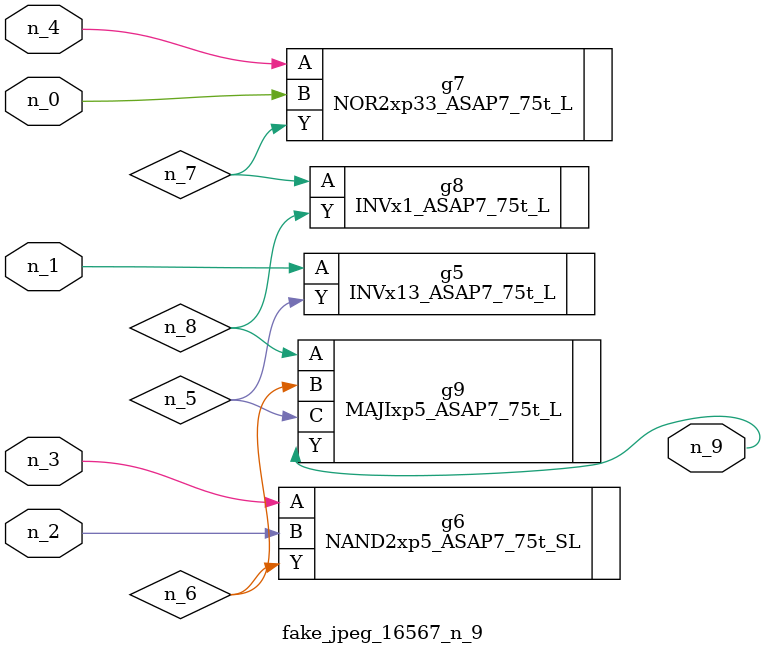
<source format=v>
module fake_jpeg_16567_n_9 (n_3, n_2, n_1, n_0, n_4, n_9);

input n_3;
input n_2;
input n_1;
input n_0;
input n_4;

output n_9;

wire n_8;
wire n_6;
wire n_5;
wire n_7;

INVx13_ASAP7_75t_L g5 ( 
.A(n_1),
.Y(n_5)
);

NAND2xp5_ASAP7_75t_SL g6 ( 
.A(n_3),
.B(n_2),
.Y(n_6)
);

NOR2xp33_ASAP7_75t_L g7 ( 
.A(n_4),
.B(n_0),
.Y(n_7)
);

INVx1_ASAP7_75t_L g8 ( 
.A(n_7),
.Y(n_8)
);

MAJIxp5_ASAP7_75t_L g9 ( 
.A(n_8),
.B(n_6),
.C(n_5),
.Y(n_9)
);


endmodule
</source>
